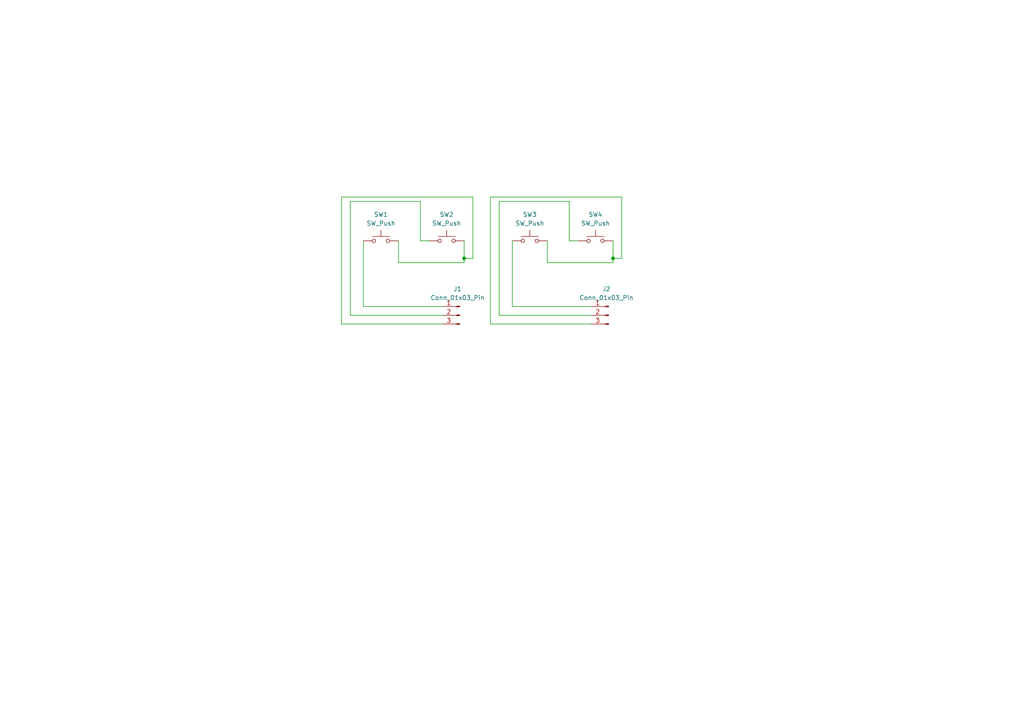
<source format=kicad_sch>
(kicad_sch (version 20230121) (generator eeschema)
  (paper "A4")
  (lib_symbols
    (symbol "Connector:Conn_01x03_Pin" (pin_names (offset 1.016) hide)
      (property "Reference" "J" (at 0 5.08 0))
      (property "Value" "Conn_01x03_Pin" (at 0 -5.08 0))
      (symbol "Conn_01x03_Pin_1_1"
        (polyline (pts (xy 1.27 -2.54) (xy 0.8636 -2.54)) (stroke (width 0.1524)))
        (polyline (pts (xy 1.27 0) (xy 0.8636 0)) (stroke (width 0.1524)))
        (polyline (pts (xy 1.27 2.54) (xy 0.8636 2.54)) (stroke (width 0.1524)))
        (rectangle (start 0.8636 -2.413) (end 0 -2.667) (stroke (width 0.1524)) (fill (type outline)))
        (rectangle (start 0.8636 0.127) (end 0 -0.127) (stroke (width 0.1524)) (fill (type outline)))
        (rectangle (start 0.8636 2.667) (end 0 2.413) (stroke (width 0.1524)) (fill (type outline)))
        (pin passive line (at 5.08 2.54 180) (length 3.81) (name "Pin_1") (number "1"))
        (pin passive line (at 5.08 0 180) (length 3.81) (name "Pin_2") (number "2"))
        (pin passive line (at 5.08 -2.54 180) (length 3.81) (name "Pin_3") (number "3"))
      )
    )
    (symbol "Switch:SW_Push" (pin_numbers hide) (pin_names (offset 1.016) hide)
      (property "Reference" "SW" (at 1.27 2.54 0))
      (property "Value" "SW_Push" (at 0 -1.524 0))
      (symbol "SW_Push_0_1"
        (circle (center -2.032 0) (radius 0.508))
        (polyline (pts (xy 0 1.27) (xy 0 3.048)))
        (polyline (pts (xy 2.54 1.27) (xy -2.54 1.27)))
        (circle (center 2.032 0) (radius 0.508))
        (pin passive line (at -5.08 0 0) (length 2.54) (name "1") (number "1"))
        (pin passive line (at 5.08 0 180) (length 2.54) (name "2") (number "2"))
      )
    )
  )
  (junction (at 177.8 74.93))
  (junction (at 134.62 74.93))
  (wire (pts (xy 177.8 76.2) (xy 177.8 74.93)))
  (wire (pts (xy 134.62 74.93) (xy 137.16 74.93)))
  (wire (pts (xy 105.41 88.9) (xy 105.41 69.85)))
  (wire (pts (xy 171.45 91.44) (xy 144.78 91.44)))
  (wire (pts (xy 134.62 76.2) (xy 134.62 74.93)))
  (wire (pts (xy 99.06 93.98) (xy 99.06 57.15)))
  (wire (pts (xy 137.16 57.15) (xy 137.16 74.93)))
  (wire (pts (xy 177.8 74.93) (xy 177.8 69.85)))
  (wire (pts (xy 142.24 93.98) (xy 142.24 57.15)))
  (wire (pts (xy 99.06 57.15) (xy 137.16 57.15)))
  (wire (pts (xy 171.45 93.98) (xy 142.24 93.98)))
  (wire (pts (xy 101.6 58.42) (xy 121.92 58.42)))
  (wire (pts (xy 148.59 88.9) (xy 148.59 69.85)))
  (wire (pts (xy 121.92 69.85) (xy 124.46 69.85)))
  (wire (pts (xy 165.1 69.85) (xy 167.64 69.85)))
  (wire (pts (xy 165.1 58.42) (xy 165.1 69.85)))
  (wire (pts (xy 158.75 69.85) (xy 158.75 76.2)))
  (wire (pts (xy 144.78 91.44) (xy 144.78 58.42)))
  (wire (pts (xy 134.62 74.93) (xy 134.62 69.85)))
  (wire (pts (xy 128.27 91.44) (xy 101.6 91.44)))
  (wire (pts (xy 177.8 74.93) (xy 180.34 74.93)))
  (wire (pts (xy 144.78 58.42) (xy 165.1 58.42)))
  (wire (pts (xy 115.57 69.85) (xy 115.57 76.2)))
  (wire (pts (xy 142.24 57.15) (xy 180.34 57.15)))
  (wire (pts (xy 180.34 57.15) (xy 180.34 74.93)))
  (wire (pts (xy 128.27 88.9) (xy 105.41 88.9)))
  (wire (pts (xy 171.45 88.9) (xy 148.59 88.9)))
  (wire (pts (xy 101.6 91.44) (xy 101.6 58.42)))
  (wire (pts (xy 128.27 93.98) (xy 99.06 93.98)))
  (wire (pts (xy 115.57 76.2) (xy 134.62 76.2)))
  (wire (pts (xy 158.75 76.2) (xy 177.8 76.2)))
  (wire (pts (xy 121.92 58.42) (xy 121.92 69.85)))
  (symbol (lib_id "Connector:Conn_01x03_Pin") (at 133.35 91.44 0) (mirror y) (unit 1)
    (property "Reference" "J1" (at 132.715 83.82 0))
    (property "Value" "Conn_01x03_Pin" (at 132.715 86.36 0))
    (property "Footprint" "Connector_PinHeader_2.54mm:PinHeader_1x03_P2.54mm_Vertical" (effects hide))
  )
  (symbol (lib_id "Switch:SW_Push") (at 172.72 69.85 0) (unit 1)
    (property "Reference" "SW4" (at 172.72 62.23 0))
    (property "Value" "SW_Push" (at 172.72 64.77 0))
    (property "Footprint" "Button_Switch_THT:SW_PUSH_6mm_H5mm" (effects hide))
  )
  (symbol (lib_id "Switch:SW_Push") (at 129.54 69.85 0) (unit 1)
    (property "Reference" "SW2" (at 129.54 62.23 0))
    (property "Value" "SW_Push" (at 129.54 64.77 0))
    (property "Footprint" "Button_Switch_THT:SW_PUSH_6mm_H5mm" (effects hide))
  )
  (symbol (lib_id "Connector:Conn_01x03_Pin") (at 176.53 91.44 0) (mirror y) (unit 1)
    (property "Reference" "J2" (at 175.895 83.82 0))
    (property "Value" "Conn_01x03_Pin" (at 175.895 86.36 0))
    (property "Footprint" "Connector_PinHeader_2.54mm:PinHeader_1x03_P2.54mm_Vertical" (effects hide))
  )
  (symbol (lib_id "Switch:SW_Push") (at 110.49 69.85 0) (unit 1)
    (property "Reference" "SW1" (at 110.49 62.23 0))
    (property "Value" "SW_Push" (at 110.49 64.77 0))
    (property "Footprint" "Button_Switch_THT:SW_PUSH_6mm_H5mm" (effects hide))
  )
  (symbol (lib_id "Switch:SW_Push") (at 153.67 69.85 0) (unit 1)
    (property "Reference" "SW3" (at 153.67 62.23 0))
    (property "Value" "SW_Push" (at 153.67 64.77 0))
    (property "Footprint" "Button_Switch_THT:SW_PUSH_6mm_H5mm" (effects hide))
  )
)
</source>
